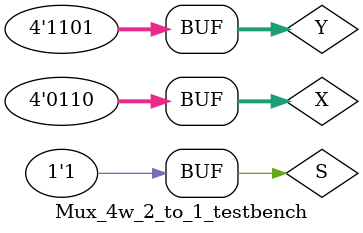
<source format=sv>

module Mux_4w_2_to_1(input [3:0]X,Y,input S, output [3:0]m);

   assign m = S ? X : Y;

endmodule

//	This was my first testbench that I ever wrote. Due to the total number of 
//	possible inputs 2^9 we were asked to pick some values of both. I generated
//	these inputs randomly in C with a for loop.
//
//	For these random values the 4 output appears to be correct.

module Mux_4w_2_to_1_testbench();

	reg [3:0]X;
	reg [3:0]Y;
	reg S;
	wire [3:0]m;
	
	Mux_4w_2_to_1 DUT(X,Y,S,m);
   initial begin
		X[0] = 0;X[1] = 0;X[2] = 1;X[3] = 0;Y[0] = 1;Y[1] = 0;Y[2] = 1;Y[3] =1;S =1;#10;
		X[0] = 0;X[1] = 0;X[2] = 1;X[3] = 1;Y[0] = 0;Y[1] = 0;Y[2] = 0;Y[3] =1;S =0;#10;
		X[0] = 0;X[1] = 1;X[2] = 0;X[3] = 0;Y[0] = 0;Y[1] = 1;Y[2] = 0;Y[3] =0;S =1;#10;
		X[0] = 0;X[1] = 1;X[2] = 0;X[3] = 0;Y[0] = 0;Y[1] = 1;Y[2] = 1;Y[3] =0;S =0;#10;
		X[0] = 0;X[1] = 1;X[2] = 1;X[3] = 0;Y[0] = 0;Y[1] = 0;Y[2] = 0;Y[3] =1;S =0;#10;
		X[0] = 0;X[1] = 1;X[2] = 1;X[3] = 0;Y[0] = 0;Y[1] = 1;Y[2] = 1;Y[3] =1;S =1;#10;
		X[0] = 0;X[1] = 1;X[2] = 1;X[3] = 0;Y[0] = 1;Y[1] = 0;Y[2] = 1;Y[3] =1;S =1;#10;
   end

	
endmodule
</source>
